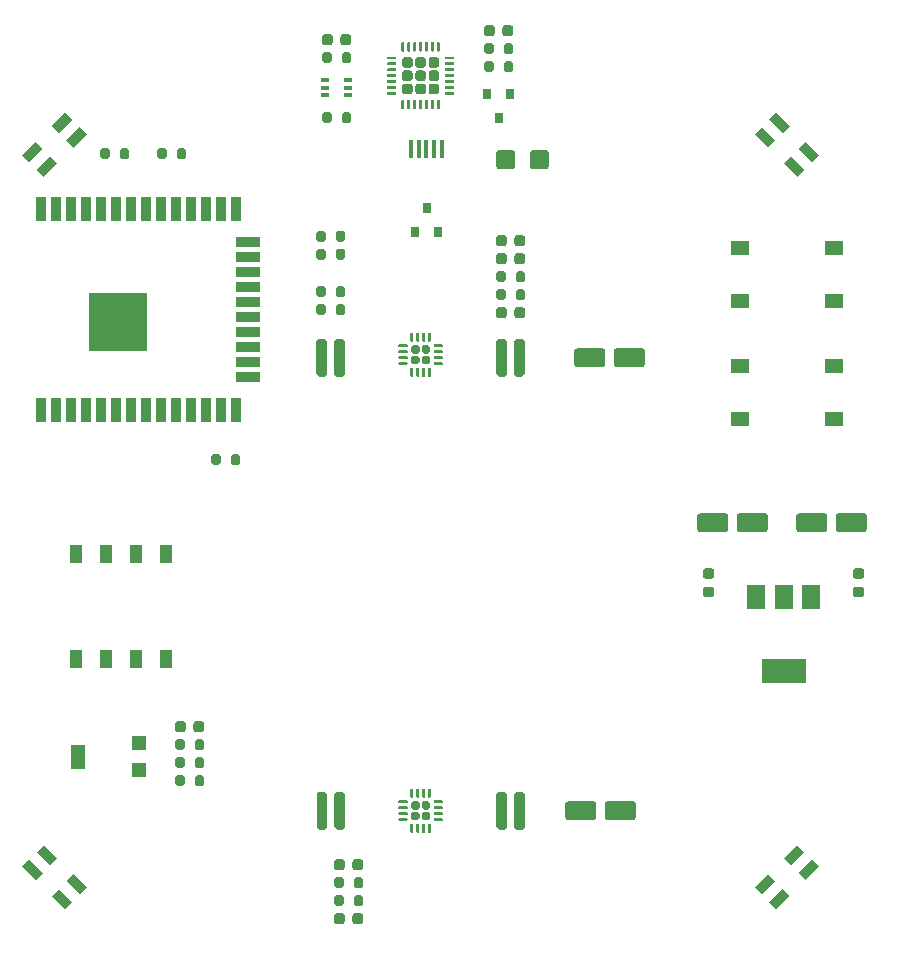
<source format=gbr>
%TF.GenerationSoftware,KiCad,Pcbnew,(5.1.9-0-10_14)*%
%TF.CreationDate,2021-05-05T23:39:55+02:00*%
%TF.ProjectId,clockclock,636c6f63-6b63-46c6-9f63-6b2e6b696361,rev?*%
%TF.SameCoordinates,Original*%
%TF.FileFunction,Paste,Top*%
%TF.FilePolarity,Positive*%
%FSLAX46Y46*%
G04 Gerber Fmt 4.6, Leading zero omitted, Abs format (unit mm)*
G04 Created by KiCad (PCBNEW (5.1.9-0-10_14)) date 2021-05-05 23:39:55*
%MOMM*%
%LPD*%
G01*
G04 APERTURE LIST*
%ADD10C,0.100000*%
%ADD11R,0.800000X0.900000*%
%ADD12R,0.450000X1.500000*%
%ADD13R,1.100000X1.500000*%
%ADD14R,0.650000X0.400000*%
%ADD15R,5.000000X5.000000*%
%ADD16R,0.900000X2.000000*%
%ADD17R,2.000000X0.900000*%
%ADD18R,1.300000X1.300000*%
%ADD19R,1.300000X2.000000*%
%ADD20R,1.500000X2.000000*%
%ADD21R,3.800000X2.000000*%
%ADD22R,1.550000X1.300000*%
G04 APERTURE END LIST*
D10*
%TO.C,D5*%
G36*
X29515076Y33121320D02*
G01*
X30116117Y33722361D01*
X31247488Y32590990D01*
X30646447Y31989949D01*
X29515076Y33121320D01*
G37*
G36*
X28277639Y31883883D02*
G01*
X28878680Y32484924D01*
X30010051Y31353553D01*
X29409010Y30752512D01*
X28277639Y31883883D01*
G37*
G36*
X31989949Y30646447D02*
G01*
X32590990Y31247488D01*
X33722361Y30116117D01*
X33121320Y29515076D01*
X31989949Y30646447D01*
G37*
G36*
X30752512Y29409010D02*
G01*
X31353553Y30010051D01*
X32484924Y28878680D01*
X31883883Y28277639D01*
X30752512Y29409010D01*
G37*
%TD*%
%TO.C,D4*%
G36*
X28878680Y-32484924D02*
G01*
X28277639Y-31883883D01*
X29409010Y-30752512D01*
X30010051Y-31353553D01*
X28878680Y-32484924D01*
G37*
G36*
X30116117Y-33722361D02*
G01*
X29515076Y-33121320D01*
X30646447Y-31989949D01*
X31247488Y-32590990D01*
X30116117Y-33722361D01*
G37*
G36*
X31353553Y-30010051D02*
G01*
X30752512Y-29409010D01*
X31883883Y-28277639D01*
X32484924Y-28878680D01*
X31353553Y-30010051D01*
G37*
G36*
X32590990Y-31247488D02*
G01*
X31989949Y-30646447D01*
X33121320Y-29515076D01*
X33722361Y-30116117D01*
X32590990Y-31247488D01*
G37*
%TD*%
%TO.C,D3*%
G36*
X-32484924Y-28878680D02*
G01*
X-31883883Y-28277639D01*
X-30752512Y-29409010D01*
X-31353553Y-30010051D01*
X-32484924Y-28878680D01*
G37*
G36*
X-33722361Y-30116117D02*
G01*
X-33121320Y-29515076D01*
X-31989949Y-30646447D01*
X-32590990Y-31247488D01*
X-33722361Y-30116117D01*
G37*
G36*
X-30010051Y-31353553D02*
G01*
X-29409010Y-30752512D01*
X-28277639Y-31883883D01*
X-28878680Y-32484924D01*
X-30010051Y-31353553D01*
G37*
G36*
X-31247488Y-32590990D02*
G01*
X-30646447Y-31989949D01*
X-29515076Y-33121320D01*
X-30116117Y-33722361D01*
X-31247488Y-32590990D01*
G37*
%TD*%
%TO.C,D2*%
G36*
X-33121320Y29515076D02*
G01*
X-33722361Y30116117D01*
X-32590990Y31247488D01*
X-31989949Y30646447D01*
X-33121320Y29515076D01*
G37*
G36*
X-31883883Y28277639D02*
G01*
X-32484924Y28878680D01*
X-31353553Y30010051D01*
X-30752512Y29409010D01*
X-31883883Y28277639D01*
G37*
G36*
X-30646447Y31989949D02*
G01*
X-31247488Y32590990D01*
X-30116117Y33722361D01*
X-29515076Y33121320D01*
X-30646447Y31989949D01*
G37*
G36*
X-29409010Y30752512D02*
G01*
X-30010051Y31353553D01*
X-28878680Y32484924D01*
X-28277639Y31883883D01*
X-29409010Y30752512D01*
G37*
%TD*%
%TO.C,F1*%
G36*
G01*
X8011000Y30293000D02*
X8011000Y29143000D01*
G75*
G02*
X7761000Y28893000I-250000J0D01*
G01*
X6661000Y28893000D01*
G75*
G02*
X6411000Y29143000I0J250000D01*
G01*
X6411000Y30293000D01*
G75*
G02*
X6661000Y30543000I250000J0D01*
G01*
X7761000Y30543000D01*
G75*
G02*
X8011000Y30293000I0J-250000D01*
G01*
G37*
G36*
G01*
X10861000Y30293000D02*
X10861000Y29143000D01*
G75*
G02*
X10611000Y28893000I-250000J0D01*
G01*
X9511000Y28893000D01*
G75*
G02*
X9261000Y29143000I0J250000D01*
G01*
X9261000Y30293000D01*
G75*
G02*
X9511000Y30543000I250000J0D01*
G01*
X10611000Y30543000D01*
G75*
G02*
X10861000Y30293000I0J-250000D01*
G01*
G37*
%TD*%
%TO.C,C6*%
G36*
G01*
X6279000Y40890000D02*
X6279000Y40390000D01*
G75*
G02*
X6054000Y40165000I-225000J0D01*
G01*
X5604000Y40165000D01*
G75*
G02*
X5379000Y40390000I0J225000D01*
G01*
X5379000Y40890000D01*
G75*
G02*
X5604000Y41115000I225000J0D01*
G01*
X6054000Y41115000D01*
G75*
G02*
X6279000Y40890000I0J-225000D01*
G01*
G37*
G36*
G01*
X7829000Y40890000D02*
X7829000Y40390000D01*
G75*
G02*
X7604000Y40165000I-225000J0D01*
G01*
X7154000Y40165000D01*
G75*
G02*
X6929000Y40390000I0J225000D01*
G01*
X6929000Y40890000D01*
G75*
G02*
X7154000Y41115000I225000J0D01*
G01*
X7604000Y41115000D01*
G75*
G02*
X7829000Y40890000I0J-225000D01*
G01*
G37*
%TD*%
D11*
%TO.C,Q2*%
X508000Y25638000D03*
X1458000Y23638000D03*
X-442000Y23638000D03*
%TD*%
%TO.C,C5*%
G36*
G01*
X7295000Y23110000D02*
X7295000Y22610000D01*
G75*
G02*
X7070000Y22385000I-225000J0D01*
G01*
X6620000Y22385000D01*
G75*
G02*
X6395000Y22610000I0J225000D01*
G01*
X6395000Y23110000D01*
G75*
G02*
X6620000Y23335000I225000J0D01*
G01*
X7070000Y23335000D01*
G75*
G02*
X7295000Y23110000I0J-225000D01*
G01*
G37*
G36*
G01*
X8845000Y23110000D02*
X8845000Y22610000D01*
G75*
G02*
X8620000Y22385000I-225000J0D01*
G01*
X8170000Y22385000D01*
G75*
G02*
X7945000Y22610000I0J225000D01*
G01*
X7945000Y23110000D01*
G75*
G02*
X8170000Y23335000I225000J0D01*
G01*
X8620000Y23335000D01*
G75*
G02*
X8845000Y23110000I0J-225000D01*
G01*
G37*
%TD*%
%TO.C,D1*%
X6604000Y33290000D03*
X5654000Y35290000D03*
X7554000Y35290000D03*
%TD*%
D12*
%TO.C,J2*%
X-817400Y30593800D03*
X1782600Y30593800D03*
X-167400Y30593800D03*
X1132600Y30593800D03*
X482600Y30593800D03*
%TD*%
D13*
%TO.C,SW1*%
X-21590000Y-12578000D03*
X-29210000Y-3678000D03*
X-24130000Y-12578000D03*
X-26670000Y-3678000D03*
X-26670000Y-12578000D03*
X-24130000Y-3678000D03*
X-29210000Y-12578000D03*
X-21590000Y-3678000D03*
%TD*%
%TO.C,R22*%
G36*
G01*
X-7195000Y18267000D02*
X-7195000Y18817000D01*
G75*
G02*
X-6995000Y19017000I200000J0D01*
G01*
X-6595000Y19017000D01*
G75*
G02*
X-6395000Y18817000I0J-200000D01*
G01*
X-6395000Y18267000D01*
G75*
G02*
X-6595000Y18067000I-200000J0D01*
G01*
X-6995000Y18067000D01*
G75*
G02*
X-7195000Y18267000I0J200000D01*
G01*
G37*
G36*
G01*
X-8845000Y18267000D02*
X-8845000Y18817000D01*
G75*
G02*
X-8645000Y19017000I200000J0D01*
G01*
X-8245000Y19017000D01*
G75*
G02*
X-8045000Y18817000I0J-200000D01*
G01*
X-8045000Y18267000D01*
G75*
G02*
X-8245000Y18067000I-200000J0D01*
G01*
X-8645000Y18067000D01*
G75*
G02*
X-8845000Y18267000I0J200000D01*
G01*
G37*
%TD*%
%TO.C,R21*%
G36*
G01*
X-7195000Y16743000D02*
X-7195000Y17293000D01*
G75*
G02*
X-6995000Y17493000I200000J0D01*
G01*
X-6595000Y17493000D01*
G75*
G02*
X-6395000Y17293000I0J-200000D01*
G01*
X-6395000Y16743000D01*
G75*
G02*
X-6595000Y16543000I-200000J0D01*
G01*
X-6995000Y16543000D01*
G75*
G02*
X-7195000Y16743000I0J200000D01*
G01*
G37*
G36*
G01*
X-8845000Y16743000D02*
X-8845000Y17293000D01*
G75*
G02*
X-8645000Y17493000I200000J0D01*
G01*
X-8245000Y17493000D01*
G75*
G02*
X-8045000Y17293000I0J-200000D01*
G01*
X-8045000Y16743000D01*
G75*
G02*
X-8245000Y16543000I-200000J0D01*
G01*
X-8645000Y16543000D01*
G75*
G02*
X-8845000Y16743000I0J200000D01*
G01*
G37*
%TD*%
%TO.C,U4*%
G36*
G01*
X1345000Y37500000D02*
X895000Y37500000D01*
G75*
G02*
X670000Y37725000I0J225000D01*
G01*
X670000Y38175000D01*
G75*
G02*
X895000Y38400000I225000J0D01*
G01*
X1345000Y38400000D01*
G75*
G02*
X1570000Y38175000I0J-225000D01*
G01*
X1570000Y37725000D01*
G75*
G02*
X1345000Y37500000I-225000J0D01*
G01*
G37*
G36*
G01*
X225000Y37500000D02*
X-225000Y37500000D01*
G75*
G02*
X-450000Y37725000I0J225000D01*
G01*
X-450000Y38175000D01*
G75*
G02*
X-225000Y38400000I225000J0D01*
G01*
X225000Y38400000D01*
G75*
G02*
X450000Y38175000I0J-225000D01*
G01*
X450000Y37725000D01*
G75*
G02*
X225000Y37500000I-225000J0D01*
G01*
G37*
G36*
G01*
X-895000Y37500000D02*
X-1345000Y37500000D01*
G75*
G02*
X-1570000Y37725000I0J225000D01*
G01*
X-1570000Y38175000D01*
G75*
G02*
X-1345000Y38400000I225000J0D01*
G01*
X-895000Y38400000D01*
G75*
G02*
X-670000Y38175000I0J-225000D01*
G01*
X-670000Y37725000D01*
G75*
G02*
X-895000Y37500000I-225000J0D01*
G01*
G37*
G36*
G01*
X1345000Y36380000D02*
X895000Y36380000D01*
G75*
G02*
X670000Y36605000I0J225000D01*
G01*
X670000Y37055000D01*
G75*
G02*
X895000Y37280000I225000J0D01*
G01*
X1345000Y37280000D01*
G75*
G02*
X1570000Y37055000I0J-225000D01*
G01*
X1570000Y36605000D01*
G75*
G02*
X1345000Y36380000I-225000J0D01*
G01*
G37*
G36*
G01*
X225000Y36380000D02*
X-225000Y36380000D01*
G75*
G02*
X-450000Y36605000I0J225000D01*
G01*
X-450000Y37055000D01*
G75*
G02*
X-225000Y37280000I225000J0D01*
G01*
X225000Y37280000D01*
G75*
G02*
X450000Y37055000I0J-225000D01*
G01*
X450000Y36605000D01*
G75*
G02*
X225000Y36380000I-225000J0D01*
G01*
G37*
G36*
G01*
X-895000Y36380000D02*
X-1345000Y36380000D01*
G75*
G02*
X-1570000Y36605000I0J225000D01*
G01*
X-1570000Y37055000D01*
G75*
G02*
X-1345000Y37280000I225000J0D01*
G01*
X-895000Y37280000D01*
G75*
G02*
X-670000Y37055000I0J-225000D01*
G01*
X-670000Y36605000D01*
G75*
G02*
X-895000Y36380000I-225000J0D01*
G01*
G37*
G36*
G01*
X1345000Y35260000D02*
X895000Y35260000D01*
G75*
G02*
X670000Y35485000I0J225000D01*
G01*
X670000Y35935000D01*
G75*
G02*
X895000Y36160000I225000J0D01*
G01*
X1345000Y36160000D01*
G75*
G02*
X1570000Y35935000I0J-225000D01*
G01*
X1570000Y35485000D01*
G75*
G02*
X1345000Y35260000I-225000J0D01*
G01*
G37*
G36*
G01*
X225000Y35260000D02*
X-225000Y35260000D01*
G75*
G02*
X-450000Y35485000I0J225000D01*
G01*
X-450000Y35935000D01*
G75*
G02*
X-225000Y36160000I225000J0D01*
G01*
X225000Y36160000D01*
G75*
G02*
X450000Y35935000I0J-225000D01*
G01*
X450000Y35485000D01*
G75*
G02*
X225000Y35260000I-225000J0D01*
G01*
G37*
G36*
G01*
X-895000Y35260000D02*
X-1345000Y35260000D01*
G75*
G02*
X-1570000Y35485000I0J225000D01*
G01*
X-1570000Y35935000D01*
G75*
G02*
X-1345000Y36160000I225000J0D01*
G01*
X-895000Y36160000D01*
G75*
G02*
X-670000Y35935000I0J-225000D01*
G01*
X-670000Y35485000D01*
G75*
G02*
X-895000Y35260000I-225000J0D01*
G01*
G37*
G36*
G01*
X-2112500Y35205000D02*
X-2787500Y35205000D01*
G75*
G02*
X-2850000Y35267500I0J62500D01*
G01*
X-2850000Y35392500D01*
G75*
G02*
X-2787500Y35455000I62500J0D01*
G01*
X-2112500Y35455000D01*
G75*
G02*
X-2050000Y35392500I0J-62500D01*
G01*
X-2050000Y35267500D01*
G75*
G02*
X-2112500Y35205000I-62500J0D01*
G01*
G37*
G36*
G01*
X-2112500Y35705000D02*
X-2787500Y35705000D01*
G75*
G02*
X-2850000Y35767500I0J62500D01*
G01*
X-2850000Y35892500D01*
G75*
G02*
X-2787500Y35955000I62500J0D01*
G01*
X-2112500Y35955000D01*
G75*
G02*
X-2050000Y35892500I0J-62500D01*
G01*
X-2050000Y35767500D01*
G75*
G02*
X-2112500Y35705000I-62500J0D01*
G01*
G37*
G36*
G01*
X-2112500Y36205000D02*
X-2787500Y36205000D01*
G75*
G02*
X-2850000Y36267500I0J62500D01*
G01*
X-2850000Y36392500D01*
G75*
G02*
X-2787500Y36455000I62500J0D01*
G01*
X-2112500Y36455000D01*
G75*
G02*
X-2050000Y36392500I0J-62500D01*
G01*
X-2050000Y36267500D01*
G75*
G02*
X-2112500Y36205000I-62500J0D01*
G01*
G37*
G36*
G01*
X-2112500Y36705000D02*
X-2787500Y36705000D01*
G75*
G02*
X-2850000Y36767500I0J62500D01*
G01*
X-2850000Y36892500D01*
G75*
G02*
X-2787500Y36955000I62500J0D01*
G01*
X-2112500Y36955000D01*
G75*
G02*
X-2050000Y36892500I0J-62500D01*
G01*
X-2050000Y36767500D01*
G75*
G02*
X-2112500Y36705000I-62500J0D01*
G01*
G37*
G36*
G01*
X-2112500Y37205000D02*
X-2787500Y37205000D01*
G75*
G02*
X-2850000Y37267500I0J62500D01*
G01*
X-2850000Y37392500D01*
G75*
G02*
X-2787500Y37455000I62500J0D01*
G01*
X-2112500Y37455000D01*
G75*
G02*
X-2050000Y37392500I0J-62500D01*
G01*
X-2050000Y37267500D01*
G75*
G02*
X-2112500Y37205000I-62500J0D01*
G01*
G37*
G36*
G01*
X-2112500Y37705000D02*
X-2787500Y37705000D01*
G75*
G02*
X-2850000Y37767500I0J62500D01*
G01*
X-2850000Y37892500D01*
G75*
G02*
X-2787500Y37955000I62500J0D01*
G01*
X-2112500Y37955000D01*
G75*
G02*
X-2050000Y37892500I0J-62500D01*
G01*
X-2050000Y37767500D01*
G75*
G02*
X-2112500Y37705000I-62500J0D01*
G01*
G37*
G36*
G01*
X-2112500Y38205000D02*
X-2787500Y38205000D01*
G75*
G02*
X-2850000Y38267500I0J62500D01*
G01*
X-2850000Y38392500D01*
G75*
G02*
X-2787500Y38455000I62500J0D01*
G01*
X-2112500Y38455000D01*
G75*
G02*
X-2050000Y38392500I0J-62500D01*
G01*
X-2050000Y38267500D01*
G75*
G02*
X-2112500Y38205000I-62500J0D01*
G01*
G37*
G36*
G01*
X-1437500Y38880000D02*
X-1562500Y38880000D01*
G75*
G02*
X-1625000Y38942500I0J62500D01*
G01*
X-1625000Y39617500D01*
G75*
G02*
X-1562500Y39680000I62500J0D01*
G01*
X-1437500Y39680000D01*
G75*
G02*
X-1375000Y39617500I0J-62500D01*
G01*
X-1375000Y38942500D01*
G75*
G02*
X-1437500Y38880000I-62500J0D01*
G01*
G37*
G36*
G01*
X-937500Y38880000D02*
X-1062500Y38880000D01*
G75*
G02*
X-1125000Y38942500I0J62500D01*
G01*
X-1125000Y39617500D01*
G75*
G02*
X-1062500Y39680000I62500J0D01*
G01*
X-937500Y39680000D01*
G75*
G02*
X-875000Y39617500I0J-62500D01*
G01*
X-875000Y38942500D01*
G75*
G02*
X-937500Y38880000I-62500J0D01*
G01*
G37*
G36*
G01*
X-437500Y38880000D02*
X-562500Y38880000D01*
G75*
G02*
X-625000Y38942500I0J62500D01*
G01*
X-625000Y39617500D01*
G75*
G02*
X-562500Y39680000I62500J0D01*
G01*
X-437500Y39680000D01*
G75*
G02*
X-375000Y39617500I0J-62500D01*
G01*
X-375000Y38942500D01*
G75*
G02*
X-437500Y38880000I-62500J0D01*
G01*
G37*
G36*
G01*
X62500Y38880000D02*
X-62500Y38880000D01*
G75*
G02*
X-125000Y38942500I0J62500D01*
G01*
X-125000Y39617500D01*
G75*
G02*
X-62500Y39680000I62500J0D01*
G01*
X62500Y39680000D01*
G75*
G02*
X125000Y39617500I0J-62500D01*
G01*
X125000Y38942500D01*
G75*
G02*
X62500Y38880000I-62500J0D01*
G01*
G37*
G36*
G01*
X562500Y38880000D02*
X437500Y38880000D01*
G75*
G02*
X375000Y38942500I0J62500D01*
G01*
X375000Y39617500D01*
G75*
G02*
X437500Y39680000I62500J0D01*
G01*
X562500Y39680000D01*
G75*
G02*
X625000Y39617500I0J-62500D01*
G01*
X625000Y38942500D01*
G75*
G02*
X562500Y38880000I-62500J0D01*
G01*
G37*
G36*
G01*
X1062500Y38880000D02*
X937500Y38880000D01*
G75*
G02*
X875000Y38942500I0J62500D01*
G01*
X875000Y39617500D01*
G75*
G02*
X937500Y39680000I62500J0D01*
G01*
X1062500Y39680000D01*
G75*
G02*
X1125000Y39617500I0J-62500D01*
G01*
X1125000Y38942500D01*
G75*
G02*
X1062500Y38880000I-62500J0D01*
G01*
G37*
G36*
G01*
X1562500Y38880000D02*
X1437500Y38880000D01*
G75*
G02*
X1375000Y38942500I0J62500D01*
G01*
X1375000Y39617500D01*
G75*
G02*
X1437500Y39680000I62500J0D01*
G01*
X1562500Y39680000D01*
G75*
G02*
X1625000Y39617500I0J-62500D01*
G01*
X1625000Y38942500D01*
G75*
G02*
X1562500Y38880000I-62500J0D01*
G01*
G37*
G36*
G01*
X2787500Y38205000D02*
X2112500Y38205000D01*
G75*
G02*
X2050000Y38267500I0J62500D01*
G01*
X2050000Y38392500D01*
G75*
G02*
X2112500Y38455000I62500J0D01*
G01*
X2787500Y38455000D01*
G75*
G02*
X2850000Y38392500I0J-62500D01*
G01*
X2850000Y38267500D01*
G75*
G02*
X2787500Y38205000I-62500J0D01*
G01*
G37*
G36*
G01*
X2787500Y37705000D02*
X2112500Y37705000D01*
G75*
G02*
X2050000Y37767500I0J62500D01*
G01*
X2050000Y37892500D01*
G75*
G02*
X2112500Y37955000I62500J0D01*
G01*
X2787500Y37955000D01*
G75*
G02*
X2850000Y37892500I0J-62500D01*
G01*
X2850000Y37767500D01*
G75*
G02*
X2787500Y37705000I-62500J0D01*
G01*
G37*
G36*
G01*
X2787500Y37205000D02*
X2112500Y37205000D01*
G75*
G02*
X2050000Y37267500I0J62500D01*
G01*
X2050000Y37392500D01*
G75*
G02*
X2112500Y37455000I62500J0D01*
G01*
X2787500Y37455000D01*
G75*
G02*
X2850000Y37392500I0J-62500D01*
G01*
X2850000Y37267500D01*
G75*
G02*
X2787500Y37205000I-62500J0D01*
G01*
G37*
G36*
G01*
X2787500Y36705000D02*
X2112500Y36705000D01*
G75*
G02*
X2050000Y36767500I0J62500D01*
G01*
X2050000Y36892500D01*
G75*
G02*
X2112500Y36955000I62500J0D01*
G01*
X2787500Y36955000D01*
G75*
G02*
X2850000Y36892500I0J-62500D01*
G01*
X2850000Y36767500D01*
G75*
G02*
X2787500Y36705000I-62500J0D01*
G01*
G37*
G36*
G01*
X2787500Y36205000D02*
X2112500Y36205000D01*
G75*
G02*
X2050000Y36267500I0J62500D01*
G01*
X2050000Y36392500D01*
G75*
G02*
X2112500Y36455000I62500J0D01*
G01*
X2787500Y36455000D01*
G75*
G02*
X2850000Y36392500I0J-62500D01*
G01*
X2850000Y36267500D01*
G75*
G02*
X2787500Y36205000I-62500J0D01*
G01*
G37*
G36*
G01*
X2787500Y35705000D02*
X2112500Y35705000D01*
G75*
G02*
X2050000Y35767500I0J62500D01*
G01*
X2050000Y35892500D01*
G75*
G02*
X2112500Y35955000I62500J0D01*
G01*
X2787500Y35955000D01*
G75*
G02*
X2850000Y35892500I0J-62500D01*
G01*
X2850000Y35767500D01*
G75*
G02*
X2787500Y35705000I-62500J0D01*
G01*
G37*
G36*
G01*
X2787500Y35205000D02*
X2112500Y35205000D01*
G75*
G02*
X2050000Y35267500I0J62500D01*
G01*
X2050000Y35392500D01*
G75*
G02*
X2112500Y35455000I62500J0D01*
G01*
X2787500Y35455000D01*
G75*
G02*
X2850000Y35392500I0J-62500D01*
G01*
X2850000Y35267500D01*
G75*
G02*
X2787500Y35205000I-62500J0D01*
G01*
G37*
G36*
G01*
X1562500Y33980000D02*
X1437500Y33980000D01*
G75*
G02*
X1375000Y34042500I0J62500D01*
G01*
X1375000Y34717500D01*
G75*
G02*
X1437500Y34780000I62500J0D01*
G01*
X1562500Y34780000D01*
G75*
G02*
X1625000Y34717500I0J-62500D01*
G01*
X1625000Y34042500D01*
G75*
G02*
X1562500Y33980000I-62500J0D01*
G01*
G37*
G36*
G01*
X1062500Y33980000D02*
X937500Y33980000D01*
G75*
G02*
X875000Y34042500I0J62500D01*
G01*
X875000Y34717500D01*
G75*
G02*
X937500Y34780000I62500J0D01*
G01*
X1062500Y34780000D01*
G75*
G02*
X1125000Y34717500I0J-62500D01*
G01*
X1125000Y34042500D01*
G75*
G02*
X1062500Y33980000I-62500J0D01*
G01*
G37*
G36*
G01*
X562500Y33980000D02*
X437500Y33980000D01*
G75*
G02*
X375000Y34042500I0J62500D01*
G01*
X375000Y34717500D01*
G75*
G02*
X437500Y34780000I62500J0D01*
G01*
X562500Y34780000D01*
G75*
G02*
X625000Y34717500I0J-62500D01*
G01*
X625000Y34042500D01*
G75*
G02*
X562500Y33980000I-62500J0D01*
G01*
G37*
G36*
G01*
X62500Y33980000D02*
X-62500Y33980000D01*
G75*
G02*
X-125000Y34042500I0J62500D01*
G01*
X-125000Y34717500D01*
G75*
G02*
X-62500Y34780000I62500J0D01*
G01*
X62500Y34780000D01*
G75*
G02*
X125000Y34717500I0J-62500D01*
G01*
X125000Y34042500D01*
G75*
G02*
X62500Y33980000I-62500J0D01*
G01*
G37*
G36*
G01*
X-437500Y33980000D02*
X-562500Y33980000D01*
G75*
G02*
X-625000Y34042500I0J62500D01*
G01*
X-625000Y34717500D01*
G75*
G02*
X-562500Y34780000I62500J0D01*
G01*
X-437500Y34780000D01*
G75*
G02*
X-375000Y34717500I0J-62500D01*
G01*
X-375000Y34042500D01*
G75*
G02*
X-437500Y33980000I-62500J0D01*
G01*
G37*
G36*
G01*
X-937500Y33980000D02*
X-1062500Y33980000D01*
G75*
G02*
X-1125000Y34042500I0J62500D01*
G01*
X-1125000Y34717500D01*
G75*
G02*
X-1062500Y34780000I62500J0D01*
G01*
X-937500Y34780000D01*
G75*
G02*
X-875000Y34717500I0J-62500D01*
G01*
X-875000Y34042500D01*
G75*
G02*
X-937500Y33980000I-62500J0D01*
G01*
G37*
G36*
G01*
X-1437500Y33980000D02*
X-1562500Y33980000D01*
G75*
G02*
X-1625000Y34042500I0J62500D01*
G01*
X-1625000Y34717500D01*
G75*
G02*
X-1562500Y34780000I62500J0D01*
G01*
X-1437500Y34780000D01*
G75*
G02*
X-1375000Y34717500I0J-62500D01*
G01*
X-1375000Y34042500D01*
G75*
G02*
X-1437500Y33980000I-62500J0D01*
G01*
G37*
%TD*%
%TO.C,R20*%
G36*
G01*
X6179000Y39391000D02*
X6179000Y38841000D01*
G75*
G02*
X5979000Y38641000I-200000J0D01*
G01*
X5579000Y38641000D01*
G75*
G02*
X5379000Y38841000I0J200000D01*
G01*
X5379000Y39391000D01*
G75*
G02*
X5579000Y39591000I200000J0D01*
G01*
X5979000Y39591000D01*
G75*
G02*
X6179000Y39391000I0J-200000D01*
G01*
G37*
G36*
G01*
X7829000Y39391000D02*
X7829000Y38841000D01*
G75*
G02*
X7629000Y38641000I-200000J0D01*
G01*
X7229000Y38641000D01*
G75*
G02*
X7029000Y38841000I0J200000D01*
G01*
X7029000Y39391000D01*
G75*
G02*
X7229000Y39591000I200000J0D01*
G01*
X7629000Y39591000D01*
G75*
G02*
X7829000Y39391000I0J-200000D01*
G01*
G37*
%TD*%
%TO.C,R19*%
G36*
G01*
X-8045000Y23516000D02*
X-8045000Y22966000D01*
G75*
G02*
X-8245000Y22766000I-200000J0D01*
G01*
X-8645000Y22766000D01*
G75*
G02*
X-8845000Y22966000I0J200000D01*
G01*
X-8845000Y23516000D01*
G75*
G02*
X-8645000Y23716000I200000J0D01*
G01*
X-8245000Y23716000D01*
G75*
G02*
X-8045000Y23516000I0J-200000D01*
G01*
G37*
G36*
G01*
X-6395000Y23516000D02*
X-6395000Y22966000D01*
G75*
G02*
X-6595000Y22766000I-200000J0D01*
G01*
X-6995000Y22766000D01*
G75*
G02*
X-7195000Y22966000I0J200000D01*
G01*
X-7195000Y23516000D01*
G75*
G02*
X-6995000Y23716000I200000J0D01*
G01*
X-6595000Y23716000D01*
G75*
G02*
X-6395000Y23516000I0J-200000D01*
G01*
G37*
%TD*%
%TO.C,R18*%
G36*
G01*
X-16085000Y4043000D02*
X-16085000Y4593000D01*
G75*
G02*
X-15885000Y4793000I200000J0D01*
G01*
X-15485000Y4793000D01*
G75*
G02*
X-15285000Y4593000I0J-200000D01*
G01*
X-15285000Y4043000D01*
G75*
G02*
X-15485000Y3843000I-200000J0D01*
G01*
X-15885000Y3843000D01*
G75*
G02*
X-16085000Y4043000I0J200000D01*
G01*
G37*
G36*
G01*
X-17735000Y4043000D02*
X-17735000Y4593000D01*
G75*
G02*
X-17535000Y4793000I200000J0D01*
G01*
X-17135000Y4793000D01*
G75*
G02*
X-16935000Y4593000I0J-200000D01*
G01*
X-16935000Y4043000D01*
G75*
G02*
X-17135000Y3843000I-200000J0D01*
G01*
X-17535000Y3843000D01*
G75*
G02*
X-17735000Y4043000I0J200000D01*
G01*
G37*
%TD*%
%TO.C,R17*%
G36*
G01*
X7029000Y37317000D02*
X7029000Y37867000D01*
G75*
G02*
X7229000Y38067000I200000J0D01*
G01*
X7629000Y38067000D01*
G75*
G02*
X7829000Y37867000I0J-200000D01*
G01*
X7829000Y37317000D01*
G75*
G02*
X7629000Y37117000I-200000J0D01*
G01*
X7229000Y37117000D01*
G75*
G02*
X7029000Y37317000I0J200000D01*
G01*
G37*
G36*
G01*
X5379000Y37317000D02*
X5379000Y37867000D01*
G75*
G02*
X5579000Y38067000I200000J0D01*
G01*
X5979000Y38067000D01*
G75*
G02*
X6179000Y37867000I0J-200000D01*
G01*
X6179000Y37317000D01*
G75*
G02*
X5979000Y37117000I-200000J0D01*
G01*
X5579000Y37117000D01*
G75*
G02*
X5379000Y37317000I0J200000D01*
G01*
G37*
%TD*%
%TO.C,R13*%
G36*
G01*
X-7537000Y38629000D02*
X-7537000Y38079000D01*
G75*
G02*
X-7737000Y37879000I-200000J0D01*
G01*
X-8137000Y37879000D01*
G75*
G02*
X-8337000Y38079000I0J200000D01*
G01*
X-8337000Y38629000D01*
G75*
G02*
X-8137000Y38829000I200000J0D01*
G01*
X-7737000Y38829000D01*
G75*
G02*
X-7537000Y38629000I0J-200000D01*
G01*
G37*
G36*
G01*
X-5887000Y38629000D02*
X-5887000Y38079000D01*
G75*
G02*
X-6087000Y37879000I-200000J0D01*
G01*
X-6487000Y37879000D01*
G75*
G02*
X-6687000Y38079000I0J200000D01*
G01*
X-6687000Y38629000D01*
G75*
G02*
X-6487000Y38829000I200000J0D01*
G01*
X-6087000Y38829000D01*
G75*
G02*
X-5887000Y38629000I0J-200000D01*
G01*
G37*
%TD*%
%TO.C,R12*%
G36*
G01*
X-8045000Y21992000D02*
X-8045000Y21442000D01*
G75*
G02*
X-8245000Y21242000I-200000J0D01*
G01*
X-8645000Y21242000D01*
G75*
G02*
X-8845000Y21442000I0J200000D01*
G01*
X-8845000Y21992000D01*
G75*
G02*
X-8645000Y22192000I200000J0D01*
G01*
X-8245000Y22192000D01*
G75*
G02*
X-8045000Y21992000I0J-200000D01*
G01*
G37*
G36*
G01*
X-6395000Y21992000D02*
X-6395000Y21442000D01*
G75*
G02*
X-6595000Y21242000I-200000J0D01*
G01*
X-6995000Y21242000D01*
G75*
G02*
X-7195000Y21442000I0J200000D01*
G01*
X-7195000Y21992000D01*
G75*
G02*
X-6995000Y22192000I200000J0D01*
G01*
X-6595000Y22192000D01*
G75*
G02*
X-6395000Y21992000I0J-200000D01*
G01*
G37*
%TD*%
%TO.C,R9*%
G36*
G01*
X-7537000Y33549000D02*
X-7537000Y32999000D01*
G75*
G02*
X-7737000Y32799000I-200000J0D01*
G01*
X-8137000Y32799000D01*
G75*
G02*
X-8337000Y32999000I0J200000D01*
G01*
X-8337000Y33549000D01*
G75*
G02*
X-8137000Y33749000I200000J0D01*
G01*
X-7737000Y33749000D01*
G75*
G02*
X-7537000Y33549000I0J-200000D01*
G01*
G37*
G36*
G01*
X-5887000Y33549000D02*
X-5887000Y32999000D01*
G75*
G02*
X-6087000Y32799000I-200000J0D01*
G01*
X-6487000Y32799000D01*
G75*
G02*
X-6687000Y32999000I0J200000D01*
G01*
X-6687000Y33549000D01*
G75*
G02*
X-6487000Y33749000I200000J0D01*
G01*
X-6087000Y33749000D01*
G75*
G02*
X-5887000Y33549000I0J-200000D01*
G01*
G37*
%TD*%
D14*
%TO.C,Q1*%
X-6162000Y36464000D03*
X-6162000Y35164000D03*
X-8062000Y35814000D03*
X-6162000Y35814000D03*
X-8062000Y35164000D03*
X-8062000Y36464000D03*
%TD*%
D15*
%TO.C,MOD1*%
X-25631000Y16018000D03*
D16*
X-15621000Y25518000D03*
X-16891000Y25518000D03*
X-18161000Y25518000D03*
X-19431000Y25518000D03*
X-20701000Y25518000D03*
X-21971000Y25518000D03*
X-23241000Y25518000D03*
X-24511000Y25518000D03*
X-25781000Y25518000D03*
X-27051000Y25518000D03*
X-28321000Y25518000D03*
X-29591000Y25518000D03*
X-30861000Y25518000D03*
X-32131000Y25518000D03*
X-15621000Y8518000D03*
X-16891000Y8518000D03*
X-18161000Y8518000D03*
X-19431000Y8518000D03*
X-20701000Y8518000D03*
X-21971000Y8518000D03*
X-23241000Y8518000D03*
X-24511000Y8518000D03*
X-25781000Y8518000D03*
X-27051000Y8518000D03*
X-28321000Y8518000D03*
X-29591000Y8518000D03*
X-30861000Y8518000D03*
D17*
X-14621000Y22733000D03*
X-14621000Y21463000D03*
X-14621000Y20193000D03*
X-14621000Y18923000D03*
X-14621000Y17653000D03*
X-14621000Y16383000D03*
X-14621000Y15113000D03*
X-14621000Y13843000D03*
X-14621000Y12573000D03*
X-14621000Y11303000D03*
D16*
X-32131000Y8518000D03*
%TD*%
%TO.C,C4*%
G36*
G01*
X-7437000Y40128000D02*
X-7437000Y39628000D01*
G75*
G02*
X-7662000Y39403000I-225000J0D01*
G01*
X-8112000Y39403000D01*
G75*
G02*
X-8337000Y39628000I0J225000D01*
G01*
X-8337000Y40128000D01*
G75*
G02*
X-8112000Y40353000I225000J0D01*
G01*
X-7662000Y40353000D01*
G75*
G02*
X-7437000Y40128000I0J-225000D01*
G01*
G37*
G36*
G01*
X-5887000Y40128000D02*
X-5887000Y39628000D01*
G75*
G02*
X-6112000Y39403000I-225000J0D01*
G01*
X-6562000Y39403000D01*
G75*
G02*
X-6787000Y39628000I0J225000D01*
G01*
X-6787000Y40128000D01*
G75*
G02*
X-6562000Y40353000I225000J0D01*
G01*
X-6112000Y40353000D01*
G75*
G02*
X-5887000Y40128000I0J-225000D01*
G01*
G37*
%TD*%
D18*
%TO.C,RV1*%
X-23816000Y-21978000D03*
D19*
X-29016000Y-20828000D03*
D18*
X-23816000Y-19678000D03*
%TD*%
%TO.C,R16*%
G36*
G01*
X-19983000Y-19537000D02*
X-19983000Y-20087000D01*
G75*
G02*
X-20183000Y-20287000I-200000J0D01*
G01*
X-20583000Y-20287000D01*
G75*
G02*
X-20783000Y-20087000I0J200000D01*
G01*
X-20783000Y-19537000D01*
G75*
G02*
X-20583000Y-19337000I200000J0D01*
G01*
X-20183000Y-19337000D01*
G75*
G02*
X-19983000Y-19537000I0J-200000D01*
G01*
G37*
G36*
G01*
X-18333000Y-19537000D02*
X-18333000Y-20087000D01*
G75*
G02*
X-18533000Y-20287000I-200000J0D01*
G01*
X-18933000Y-20287000D01*
G75*
G02*
X-19133000Y-20087000I0J200000D01*
G01*
X-19133000Y-19537000D01*
G75*
G02*
X-18933000Y-19337000I200000J0D01*
G01*
X-18533000Y-19337000D01*
G75*
G02*
X-18333000Y-19537000I0J-200000D01*
G01*
G37*
%TD*%
%TO.C,R15*%
G36*
G01*
X-19133000Y-23135000D02*
X-19133000Y-22585000D01*
G75*
G02*
X-18933000Y-22385000I200000J0D01*
G01*
X-18533000Y-22385000D01*
G75*
G02*
X-18333000Y-22585000I0J-200000D01*
G01*
X-18333000Y-23135000D01*
G75*
G02*
X-18533000Y-23335000I-200000J0D01*
G01*
X-18933000Y-23335000D01*
G75*
G02*
X-19133000Y-23135000I0J200000D01*
G01*
G37*
G36*
G01*
X-20783000Y-23135000D02*
X-20783000Y-22585000D01*
G75*
G02*
X-20583000Y-22385000I200000J0D01*
G01*
X-20183000Y-22385000D01*
G75*
G02*
X-19983000Y-22585000I0J-200000D01*
G01*
X-19983000Y-23135000D01*
G75*
G02*
X-20183000Y-23335000I-200000J0D01*
G01*
X-20583000Y-23335000D01*
G75*
G02*
X-20783000Y-23135000I0J200000D01*
G01*
G37*
%TD*%
%TO.C,R14*%
G36*
G01*
X-19983000Y-21061000D02*
X-19983000Y-21611000D01*
G75*
G02*
X-20183000Y-21811000I-200000J0D01*
G01*
X-20583000Y-21811000D01*
G75*
G02*
X-20783000Y-21611000I0J200000D01*
G01*
X-20783000Y-21061000D01*
G75*
G02*
X-20583000Y-20861000I200000J0D01*
G01*
X-20183000Y-20861000D01*
G75*
G02*
X-19983000Y-21061000I0J-200000D01*
G01*
G37*
G36*
G01*
X-18333000Y-21061000D02*
X-18333000Y-21611000D01*
G75*
G02*
X-18533000Y-21811000I-200000J0D01*
G01*
X-18933000Y-21811000D01*
G75*
G02*
X-19133000Y-21611000I0J200000D01*
G01*
X-19133000Y-21061000D01*
G75*
G02*
X-18933000Y-20861000I200000J0D01*
G01*
X-18533000Y-20861000D01*
G75*
G02*
X-18333000Y-21061000I0J-200000D01*
G01*
G37*
%TD*%
%TO.C,C3*%
G36*
G01*
X-19233000Y-18538000D02*
X-19233000Y-18038000D01*
G75*
G02*
X-19008000Y-17813000I225000J0D01*
G01*
X-18558000Y-17813000D01*
G75*
G02*
X-18333000Y-18038000I0J-225000D01*
G01*
X-18333000Y-18538000D01*
G75*
G02*
X-18558000Y-18763000I-225000J0D01*
G01*
X-19008000Y-18763000D01*
G75*
G02*
X-19233000Y-18538000I0J225000D01*
G01*
G37*
G36*
G01*
X-20783000Y-18538000D02*
X-20783000Y-18038000D01*
G75*
G02*
X-20558000Y-17813000I225000J0D01*
G01*
X-20108000Y-17813000D01*
G75*
G02*
X-19883000Y-18038000I0J-225000D01*
G01*
X-19883000Y-18538000D01*
G75*
G02*
X-20108000Y-18763000I-225000J0D01*
G01*
X-20558000Y-18763000D01*
G75*
G02*
X-20783000Y-18538000I0J225000D01*
G01*
G37*
%TD*%
%TO.C,R8*%
G36*
G01*
X-7120200Y14554000D02*
X-6619800Y14554000D01*
G75*
G02*
X-6420000Y14354200I0J-199800D01*
G01*
X-6420000Y11553800D01*
G75*
G02*
X-6619800Y11354000I-199800J0D01*
G01*
X-7120200Y11354000D01*
G75*
G02*
X-7320000Y11553800I0J199800D01*
G01*
X-7320000Y14354200D01*
G75*
G02*
X-7120200Y14554000I199800J0D01*
G01*
G37*
G36*
G01*
X-8620200Y14554000D02*
X-8119800Y14554000D01*
G75*
G02*
X-7920000Y14354200I0J-199800D01*
G01*
X-7920000Y11553800D01*
G75*
G02*
X-8119800Y11354000I-199800J0D01*
G01*
X-8620200Y11354000D01*
G75*
G02*
X-8820000Y11553800I0J199800D01*
G01*
X-8820000Y14354200D01*
G75*
G02*
X-8620200Y14554000I199800J0D01*
G01*
G37*
%TD*%
%TO.C,R7*%
G36*
G01*
X7120200Y-27000000D02*
X6619800Y-27000000D01*
G75*
G02*
X6420000Y-26800200I0J199800D01*
G01*
X6420000Y-23999800D01*
G75*
G02*
X6619800Y-23800000I199800J0D01*
G01*
X7120200Y-23800000D01*
G75*
G02*
X7320000Y-23999800I0J-199800D01*
G01*
X7320000Y-26800200D01*
G75*
G02*
X7120200Y-27000000I-199800J0D01*
G01*
G37*
G36*
G01*
X8620200Y-27000000D02*
X8119800Y-27000000D01*
G75*
G02*
X7920000Y-26800200I0J199800D01*
G01*
X7920000Y-23999800D01*
G75*
G02*
X8119800Y-23800000I199800J0D01*
G01*
X8620200Y-23800000D01*
G75*
G02*
X8820000Y-23999800I0J-199800D01*
G01*
X8820000Y-26800200D01*
G75*
G02*
X8620200Y-27000000I-199800J0D01*
G01*
G37*
%TD*%
%TO.C,R6*%
G36*
G01*
X7108200Y11354000D02*
X6607800Y11354000D01*
G75*
G02*
X6408000Y11553800I0J199800D01*
G01*
X6408000Y14354200D01*
G75*
G02*
X6607800Y14554000I199800J0D01*
G01*
X7108200Y14554000D01*
G75*
G02*
X7308000Y14354200I0J-199800D01*
G01*
X7308000Y11553800D01*
G75*
G02*
X7108200Y11354000I-199800J0D01*
G01*
G37*
G36*
G01*
X8608200Y11354000D02*
X8107800Y11354000D01*
G75*
G02*
X7908000Y11553800I0J199800D01*
G01*
X7908000Y14354200D01*
G75*
G02*
X8107800Y14554000I199800J0D01*
G01*
X8608200Y14554000D01*
G75*
G02*
X8808000Y14354200I0J-199800D01*
G01*
X8808000Y11553800D01*
G75*
G02*
X8608200Y11354000I-199800J0D01*
G01*
G37*
%TD*%
%TO.C,R5*%
G36*
G01*
X-7108200Y-23800000D02*
X-6607800Y-23800000D01*
G75*
G02*
X-6408000Y-23999800I0J-199800D01*
G01*
X-6408000Y-26800200D01*
G75*
G02*
X-6607800Y-27000000I-199800J0D01*
G01*
X-7108200Y-27000000D01*
G75*
G02*
X-7308000Y-26800200I0J199800D01*
G01*
X-7308000Y-23999800D01*
G75*
G02*
X-7108200Y-23800000I199800J0D01*
G01*
G37*
G36*
G01*
X-8608200Y-23800000D02*
X-8107800Y-23800000D01*
G75*
G02*
X-7908000Y-23999800I0J-199800D01*
G01*
X-7908000Y-26800200D01*
G75*
G02*
X-8107800Y-27000000I-199800J0D01*
G01*
X-8608200Y-27000000D01*
G75*
G02*
X-8808000Y-26800200I0J199800D01*
G01*
X-8808000Y-23999800D01*
G75*
G02*
X-8608200Y-23800000I199800J0D01*
G01*
G37*
%TD*%
D20*
%TO.C,U5*%
X33034000Y-7264000D03*
X28434000Y-7264000D03*
X30734000Y-7264000D03*
D21*
X30734000Y-13564000D03*
%TD*%
%TO.C,C16*%
G36*
G01*
X24134000Y-6421000D02*
X24634000Y-6421000D01*
G75*
G02*
X24859000Y-6646000I0J-225000D01*
G01*
X24859000Y-7096000D01*
G75*
G02*
X24634000Y-7321000I-225000J0D01*
G01*
X24134000Y-7321000D01*
G75*
G02*
X23909000Y-7096000I0J225000D01*
G01*
X23909000Y-6646000D01*
G75*
G02*
X24134000Y-6421000I225000J0D01*
G01*
G37*
G36*
G01*
X24134000Y-4871000D02*
X24634000Y-4871000D01*
G75*
G02*
X24859000Y-5096000I0J-225000D01*
G01*
X24859000Y-5546000D01*
G75*
G02*
X24634000Y-5771000I-225000J0D01*
G01*
X24134000Y-5771000D01*
G75*
G02*
X23909000Y-5546000I0J225000D01*
G01*
X23909000Y-5096000D01*
G75*
G02*
X24134000Y-4871000I225000J0D01*
G01*
G37*
%TD*%
%TO.C,C15*%
G36*
G01*
X26766000Y-1566000D02*
X26766000Y-466000D01*
G75*
G02*
X27016000Y-216000I250000J0D01*
G01*
X29166000Y-216000D01*
G75*
G02*
X29416000Y-466000I0J-250000D01*
G01*
X29416000Y-1566000D01*
G75*
G02*
X29166000Y-1816000I-250000J0D01*
G01*
X27016000Y-1816000D01*
G75*
G02*
X26766000Y-1566000I0J250000D01*
G01*
G37*
G36*
G01*
X23416000Y-1566000D02*
X23416000Y-466000D01*
G75*
G02*
X23666000Y-216000I250000J0D01*
G01*
X25816000Y-216000D01*
G75*
G02*
X26066000Y-466000I0J-250000D01*
G01*
X26066000Y-1566000D01*
G75*
G02*
X25816000Y-1816000I-250000J0D01*
G01*
X23666000Y-1816000D01*
G75*
G02*
X23416000Y-1566000I0J250000D01*
G01*
G37*
%TD*%
%TO.C,C14*%
G36*
G01*
X34448000Y-466000D02*
X34448000Y-1566000D01*
G75*
G02*
X34198000Y-1816000I-250000J0D01*
G01*
X32048000Y-1816000D01*
G75*
G02*
X31798000Y-1566000I0J250000D01*
G01*
X31798000Y-466000D01*
G75*
G02*
X32048000Y-216000I250000J0D01*
G01*
X34198000Y-216000D01*
G75*
G02*
X34448000Y-466000I0J-250000D01*
G01*
G37*
G36*
G01*
X37798000Y-466000D02*
X37798000Y-1566000D01*
G75*
G02*
X37548000Y-1816000I-250000J0D01*
G01*
X35398000Y-1816000D01*
G75*
G02*
X35148000Y-1566000I0J250000D01*
G01*
X35148000Y-466000D01*
G75*
G02*
X35398000Y-216000I250000J0D01*
G01*
X37548000Y-216000D01*
G75*
G02*
X37798000Y-466000I0J-250000D01*
G01*
G37*
%TD*%
%TO.C,C13*%
G36*
G01*
X37334000Y-5771000D02*
X36834000Y-5771000D01*
G75*
G02*
X36609000Y-5546000I0J225000D01*
G01*
X36609000Y-5096000D01*
G75*
G02*
X36834000Y-4871000I225000J0D01*
G01*
X37334000Y-4871000D01*
G75*
G02*
X37559000Y-5096000I0J-225000D01*
G01*
X37559000Y-5546000D01*
G75*
G02*
X37334000Y-5771000I-225000J0D01*
G01*
G37*
G36*
G01*
X37334000Y-7321000D02*
X36834000Y-7321000D01*
G75*
G02*
X36609000Y-7096000I0J225000D01*
G01*
X36609000Y-6646000D01*
G75*
G02*
X36834000Y-6421000I225000J0D01*
G01*
X37334000Y-6421000D01*
G75*
G02*
X37559000Y-6646000I0J-225000D01*
G01*
X37559000Y-7096000D01*
G75*
G02*
X37334000Y-7321000I-225000J0D01*
G01*
G37*
%TD*%
%TO.C,C12*%
G36*
G01*
X16352000Y12404000D02*
X16352000Y13504000D01*
G75*
G02*
X16602000Y13754000I250000J0D01*
G01*
X18752000Y13754000D01*
G75*
G02*
X19002000Y13504000I0J-250000D01*
G01*
X19002000Y12404000D01*
G75*
G02*
X18752000Y12154000I-250000J0D01*
G01*
X16602000Y12154000D01*
G75*
G02*
X16352000Y12404000I0J250000D01*
G01*
G37*
G36*
G01*
X13002000Y12404000D02*
X13002000Y13504000D01*
G75*
G02*
X13252000Y13754000I250000J0D01*
G01*
X15402000Y13754000D01*
G75*
G02*
X15652000Y13504000I0J-250000D01*
G01*
X15652000Y12404000D01*
G75*
G02*
X15402000Y12154000I-250000J0D01*
G01*
X13252000Y12154000D01*
G75*
G02*
X13002000Y12404000I0J250000D01*
G01*
G37*
%TD*%
%TO.C,C10*%
G36*
G01*
X15590000Y-25950000D02*
X15590000Y-24850000D01*
G75*
G02*
X15840000Y-24600000I250000J0D01*
G01*
X17990000Y-24600000D01*
G75*
G02*
X18240000Y-24850000I0J-250000D01*
G01*
X18240000Y-25950000D01*
G75*
G02*
X17990000Y-26200000I-250000J0D01*
G01*
X15840000Y-26200000D01*
G75*
G02*
X15590000Y-25950000I0J250000D01*
G01*
G37*
G36*
G01*
X12240000Y-25950000D02*
X12240000Y-24850000D01*
G75*
G02*
X12490000Y-24600000I250000J0D01*
G01*
X14640000Y-24600000D01*
G75*
G02*
X14890000Y-24850000I0J-250000D01*
G01*
X14890000Y-25950000D01*
G75*
G02*
X14640000Y-26200000I-250000J0D01*
G01*
X12490000Y-26200000D01*
G75*
G02*
X12240000Y-25950000I0J250000D01*
G01*
G37*
%TD*%
%TO.C,C1*%
G36*
G01*
X-6421000Y-34294000D02*
X-6421000Y-34794000D01*
G75*
G02*
X-6646000Y-35019000I-225000J0D01*
G01*
X-7096000Y-35019000D01*
G75*
G02*
X-7321000Y-34794000I0J225000D01*
G01*
X-7321000Y-34294000D01*
G75*
G02*
X-7096000Y-34069000I225000J0D01*
G01*
X-6646000Y-34069000D01*
G75*
G02*
X-6421000Y-34294000I0J-225000D01*
G01*
G37*
G36*
G01*
X-4871000Y-34294000D02*
X-4871000Y-34794000D01*
G75*
G02*
X-5096000Y-35019000I-225000J0D01*
G01*
X-5546000Y-35019000D01*
G75*
G02*
X-5771000Y-34794000I0J225000D01*
G01*
X-5771000Y-34294000D01*
G75*
G02*
X-5546000Y-34069000I225000J0D01*
G01*
X-5096000Y-34069000D01*
G75*
G02*
X-4871000Y-34294000I0J-225000D01*
G01*
G37*
%TD*%
%TO.C,C2*%
G36*
G01*
X7945000Y16514000D02*
X7945000Y17014000D01*
G75*
G02*
X8170000Y17239000I225000J0D01*
G01*
X8620000Y17239000D01*
G75*
G02*
X8845000Y17014000I0J-225000D01*
G01*
X8845000Y16514000D01*
G75*
G02*
X8620000Y16289000I-225000J0D01*
G01*
X8170000Y16289000D01*
G75*
G02*
X7945000Y16514000I0J225000D01*
G01*
G37*
G36*
G01*
X6395000Y16514000D02*
X6395000Y17014000D01*
G75*
G02*
X6620000Y17239000I225000J0D01*
G01*
X7070000Y17239000D01*
G75*
G02*
X7295000Y17014000I0J-225000D01*
G01*
X7295000Y16514000D01*
G75*
G02*
X7070000Y16289000I-225000J0D01*
G01*
X6620000Y16289000D01*
G75*
G02*
X6395000Y16514000I0J225000D01*
G01*
G37*
%TD*%
%TO.C,R1*%
G36*
G01*
X-5671000Y-33295000D02*
X-5671000Y-32745000D01*
G75*
G02*
X-5471000Y-32545000I200000J0D01*
G01*
X-5071000Y-32545000D01*
G75*
G02*
X-4871000Y-32745000I0J-200000D01*
G01*
X-4871000Y-33295000D01*
G75*
G02*
X-5071000Y-33495000I-200000J0D01*
G01*
X-5471000Y-33495000D01*
G75*
G02*
X-5671000Y-33295000I0J200000D01*
G01*
G37*
G36*
G01*
X-7321000Y-33295000D02*
X-7321000Y-32745000D01*
G75*
G02*
X-7121000Y-32545000I200000J0D01*
G01*
X-6721000Y-32545000D01*
G75*
G02*
X-6521000Y-32745000I0J-200000D01*
G01*
X-6521000Y-33295000D01*
G75*
G02*
X-6721000Y-33495000I-200000J0D01*
G01*
X-7121000Y-33495000D01*
G75*
G02*
X-7321000Y-33295000I0J200000D01*
G01*
G37*
%TD*%
%TO.C,R2*%
G36*
G01*
X7195000Y18563000D02*
X7195000Y18013000D01*
G75*
G02*
X6995000Y17813000I-200000J0D01*
G01*
X6595000Y17813000D01*
G75*
G02*
X6395000Y18013000I0J200000D01*
G01*
X6395000Y18563000D01*
G75*
G02*
X6595000Y18763000I200000J0D01*
G01*
X6995000Y18763000D01*
G75*
G02*
X7195000Y18563000I0J-200000D01*
G01*
G37*
G36*
G01*
X8845000Y18563000D02*
X8845000Y18013000D01*
G75*
G02*
X8645000Y17813000I-200000J0D01*
G01*
X8245000Y17813000D01*
G75*
G02*
X8045000Y18013000I0J200000D01*
G01*
X8045000Y18563000D01*
G75*
G02*
X8245000Y18763000I200000J0D01*
G01*
X8645000Y18763000D01*
G75*
G02*
X8845000Y18563000I0J-200000D01*
G01*
G37*
%TD*%
%TO.C,R3*%
G36*
G01*
X-6521000Y-31221000D02*
X-6521000Y-31771000D01*
G75*
G02*
X-6721000Y-31971000I-200000J0D01*
G01*
X-7121000Y-31971000D01*
G75*
G02*
X-7321000Y-31771000I0J200000D01*
G01*
X-7321000Y-31221000D01*
G75*
G02*
X-7121000Y-31021000I200000J0D01*
G01*
X-6721000Y-31021000D01*
G75*
G02*
X-6521000Y-31221000I0J-200000D01*
G01*
G37*
G36*
G01*
X-4871000Y-31221000D02*
X-4871000Y-31771000D01*
G75*
G02*
X-5071000Y-31971000I-200000J0D01*
G01*
X-5471000Y-31971000D01*
G75*
G02*
X-5671000Y-31771000I0J200000D01*
G01*
X-5671000Y-31221000D01*
G75*
G02*
X-5471000Y-31021000I200000J0D01*
G01*
X-5071000Y-31021000D01*
G75*
G02*
X-4871000Y-31221000I0J-200000D01*
G01*
G37*
%TD*%
%TO.C,R4*%
G36*
G01*
X8045000Y19537000D02*
X8045000Y20087000D01*
G75*
G02*
X8245000Y20287000I200000J0D01*
G01*
X8645000Y20287000D01*
G75*
G02*
X8845000Y20087000I0J-200000D01*
G01*
X8845000Y19537000D01*
G75*
G02*
X8645000Y19337000I-200000J0D01*
G01*
X8245000Y19337000D01*
G75*
G02*
X8045000Y19537000I0J200000D01*
G01*
G37*
G36*
G01*
X6395000Y19537000D02*
X6395000Y20087000D01*
G75*
G02*
X6595000Y20287000I200000J0D01*
G01*
X6995000Y20287000D01*
G75*
G02*
X7195000Y20087000I0J-200000D01*
G01*
X7195000Y19537000D01*
G75*
G02*
X6995000Y19337000I-200000J0D01*
G01*
X6595000Y19337000D01*
G75*
G02*
X6395000Y19537000I0J200000D01*
G01*
G37*
%TD*%
D22*
%TO.C,SW3*%
X27025000Y22250000D03*
X27025000Y17750000D03*
X34975000Y17750000D03*
X34975000Y22250000D03*
%TD*%
%TO.C,SW4*%
X34975000Y7750000D03*
X34975000Y12250000D03*
X27025000Y12250000D03*
X27025000Y7750000D03*
%TD*%
%TO.C,U2*%
G36*
G01*
X-85000Y-24767500D02*
X-85000Y-25132500D01*
G75*
G02*
X-267500Y-25315000I-182500J0D01*
G01*
X-632500Y-25315000D01*
G75*
G02*
X-815000Y-25132500I0J182500D01*
G01*
X-815000Y-24767500D01*
G75*
G02*
X-632500Y-24585000I182500J0D01*
G01*
X-267500Y-24585000D01*
G75*
G02*
X-85000Y-24767500I0J-182500D01*
G01*
G37*
G36*
G01*
X-85000Y-25667500D02*
X-85000Y-26032500D01*
G75*
G02*
X-267500Y-26215000I-182500J0D01*
G01*
X-632500Y-26215000D01*
G75*
G02*
X-815000Y-26032500I0J182500D01*
G01*
X-815000Y-25667500D01*
G75*
G02*
X-632500Y-25485000I182500J0D01*
G01*
X-267500Y-25485000D01*
G75*
G02*
X-85000Y-25667500I0J-182500D01*
G01*
G37*
G36*
G01*
X815000Y-24767500D02*
X815000Y-25132500D01*
G75*
G02*
X632500Y-25315000I-182500J0D01*
G01*
X267500Y-25315000D01*
G75*
G02*
X85000Y-25132500I0J182500D01*
G01*
X85000Y-24767500D01*
G75*
G02*
X267500Y-24585000I182500J0D01*
G01*
X632500Y-24585000D01*
G75*
G02*
X815000Y-24767500I0J-182500D01*
G01*
G37*
G36*
G01*
X815000Y-25667500D02*
X815000Y-26032500D01*
G75*
G02*
X632500Y-26215000I-182500J0D01*
G01*
X267500Y-26215000D01*
G75*
G02*
X85000Y-26032500I0J182500D01*
G01*
X85000Y-25667500D01*
G75*
G02*
X267500Y-25485000I182500J0D01*
G01*
X632500Y-25485000D01*
G75*
G02*
X815000Y-25667500I0J-182500D01*
G01*
G37*
G36*
G01*
X875000Y-26562500D02*
X875000Y-27212500D01*
G75*
G02*
X812500Y-27275000I-62500J0D01*
G01*
X687500Y-27275000D01*
G75*
G02*
X625000Y-27212500I0J62500D01*
G01*
X625000Y-26562500D01*
G75*
G02*
X687500Y-26500000I62500J0D01*
G01*
X812500Y-26500000D01*
G75*
G02*
X875000Y-26562500I0J-62500D01*
G01*
G37*
G36*
G01*
X375000Y-26562500D02*
X375000Y-27212500D01*
G75*
G02*
X312500Y-27275000I-62500J0D01*
G01*
X187500Y-27275000D01*
G75*
G02*
X125000Y-27212500I0J62500D01*
G01*
X125000Y-26562500D01*
G75*
G02*
X187500Y-26500000I62500J0D01*
G01*
X312500Y-26500000D01*
G75*
G02*
X375000Y-26562500I0J-62500D01*
G01*
G37*
G36*
G01*
X-125000Y-26562500D02*
X-125000Y-27212500D01*
G75*
G02*
X-187500Y-27275000I-62500J0D01*
G01*
X-312500Y-27275000D01*
G75*
G02*
X-375000Y-27212500I0J62500D01*
G01*
X-375000Y-26562500D01*
G75*
G02*
X-312500Y-26500000I62500J0D01*
G01*
X-187500Y-26500000D01*
G75*
G02*
X-125000Y-26562500I0J-62500D01*
G01*
G37*
G36*
G01*
X-625000Y-26562500D02*
X-625000Y-27212500D01*
G75*
G02*
X-687500Y-27275000I-62500J0D01*
G01*
X-812500Y-27275000D01*
G75*
G02*
X-875000Y-27212500I0J62500D01*
G01*
X-875000Y-26562500D01*
G75*
G02*
X-812500Y-26500000I62500J0D01*
G01*
X-687500Y-26500000D01*
G75*
G02*
X-625000Y-26562500I0J-62500D01*
G01*
G37*
G36*
G01*
X-1100000Y-26087500D02*
X-1100000Y-26212500D01*
G75*
G02*
X-1162500Y-26275000I-62500J0D01*
G01*
X-1812500Y-26275000D01*
G75*
G02*
X-1875000Y-26212500I0J62500D01*
G01*
X-1875000Y-26087500D01*
G75*
G02*
X-1812500Y-26025000I62500J0D01*
G01*
X-1162500Y-26025000D01*
G75*
G02*
X-1100000Y-26087500I0J-62500D01*
G01*
G37*
G36*
G01*
X-1100000Y-25587500D02*
X-1100000Y-25712500D01*
G75*
G02*
X-1162500Y-25775000I-62500J0D01*
G01*
X-1812500Y-25775000D01*
G75*
G02*
X-1875000Y-25712500I0J62500D01*
G01*
X-1875000Y-25587500D01*
G75*
G02*
X-1812500Y-25525000I62500J0D01*
G01*
X-1162500Y-25525000D01*
G75*
G02*
X-1100000Y-25587500I0J-62500D01*
G01*
G37*
G36*
G01*
X-1100000Y-25087500D02*
X-1100000Y-25212500D01*
G75*
G02*
X-1162500Y-25275000I-62500J0D01*
G01*
X-1812500Y-25275000D01*
G75*
G02*
X-1875000Y-25212500I0J62500D01*
G01*
X-1875000Y-25087500D01*
G75*
G02*
X-1812500Y-25025000I62500J0D01*
G01*
X-1162500Y-25025000D01*
G75*
G02*
X-1100000Y-25087500I0J-62500D01*
G01*
G37*
G36*
G01*
X-1100000Y-24587500D02*
X-1100000Y-24712500D01*
G75*
G02*
X-1162500Y-24775000I-62500J0D01*
G01*
X-1812500Y-24775000D01*
G75*
G02*
X-1875000Y-24712500I0J62500D01*
G01*
X-1875000Y-24587500D01*
G75*
G02*
X-1812500Y-24525000I62500J0D01*
G01*
X-1162500Y-24525000D01*
G75*
G02*
X-1100000Y-24587500I0J-62500D01*
G01*
G37*
G36*
G01*
X-625000Y-23587500D02*
X-625000Y-24237500D01*
G75*
G02*
X-687500Y-24300000I-62500J0D01*
G01*
X-812500Y-24300000D01*
G75*
G02*
X-875000Y-24237500I0J62500D01*
G01*
X-875000Y-23587500D01*
G75*
G02*
X-812500Y-23525000I62500J0D01*
G01*
X-687500Y-23525000D01*
G75*
G02*
X-625000Y-23587500I0J-62500D01*
G01*
G37*
G36*
G01*
X-125000Y-23587500D02*
X-125000Y-24237500D01*
G75*
G02*
X-187500Y-24300000I-62500J0D01*
G01*
X-312500Y-24300000D01*
G75*
G02*
X-375000Y-24237500I0J62500D01*
G01*
X-375000Y-23587500D01*
G75*
G02*
X-312500Y-23525000I62500J0D01*
G01*
X-187500Y-23525000D01*
G75*
G02*
X-125000Y-23587500I0J-62500D01*
G01*
G37*
G36*
G01*
X375000Y-23587500D02*
X375000Y-24237500D01*
G75*
G02*
X312500Y-24300000I-62500J0D01*
G01*
X187500Y-24300000D01*
G75*
G02*
X125000Y-24237500I0J62500D01*
G01*
X125000Y-23587500D01*
G75*
G02*
X187500Y-23525000I62500J0D01*
G01*
X312500Y-23525000D01*
G75*
G02*
X375000Y-23587500I0J-62500D01*
G01*
G37*
G36*
G01*
X875000Y-23587500D02*
X875000Y-24237500D01*
G75*
G02*
X812500Y-24300000I-62500J0D01*
G01*
X687500Y-24300000D01*
G75*
G02*
X625000Y-24237500I0J62500D01*
G01*
X625000Y-23587500D01*
G75*
G02*
X687500Y-23525000I62500J0D01*
G01*
X812500Y-23525000D01*
G75*
G02*
X875000Y-23587500I0J-62500D01*
G01*
G37*
G36*
G01*
X1875000Y-24587500D02*
X1875000Y-24712500D01*
G75*
G02*
X1812500Y-24775000I-62500J0D01*
G01*
X1162500Y-24775000D01*
G75*
G02*
X1100000Y-24712500I0J62500D01*
G01*
X1100000Y-24587500D01*
G75*
G02*
X1162500Y-24525000I62500J0D01*
G01*
X1812500Y-24525000D01*
G75*
G02*
X1875000Y-24587500I0J-62500D01*
G01*
G37*
G36*
G01*
X1875000Y-25087500D02*
X1875000Y-25212500D01*
G75*
G02*
X1812500Y-25275000I-62500J0D01*
G01*
X1162500Y-25275000D01*
G75*
G02*
X1100000Y-25212500I0J62500D01*
G01*
X1100000Y-25087500D01*
G75*
G02*
X1162500Y-25025000I62500J0D01*
G01*
X1812500Y-25025000D01*
G75*
G02*
X1875000Y-25087500I0J-62500D01*
G01*
G37*
G36*
G01*
X1875000Y-25587500D02*
X1875000Y-25712500D01*
G75*
G02*
X1812500Y-25775000I-62500J0D01*
G01*
X1162500Y-25775000D01*
G75*
G02*
X1100000Y-25712500I0J62500D01*
G01*
X1100000Y-25587500D01*
G75*
G02*
X1162500Y-25525000I62500J0D01*
G01*
X1812500Y-25525000D01*
G75*
G02*
X1875000Y-25587500I0J-62500D01*
G01*
G37*
G36*
G01*
X1875000Y-26087500D02*
X1875000Y-26212500D01*
G75*
G02*
X1812500Y-26275000I-62500J0D01*
G01*
X1162500Y-26275000D01*
G75*
G02*
X1100000Y-26212500I0J62500D01*
G01*
X1100000Y-26087500D01*
G75*
G02*
X1162500Y-26025000I62500J0D01*
G01*
X1812500Y-26025000D01*
G75*
G02*
X1875000Y-26087500I0J-62500D01*
G01*
G37*
%TD*%
%TO.C,U3*%
G36*
G01*
X85000Y12575500D02*
X85000Y12940500D01*
G75*
G02*
X267500Y13123000I182500J0D01*
G01*
X632500Y13123000D01*
G75*
G02*
X815000Y12940500I0J-182500D01*
G01*
X815000Y12575500D01*
G75*
G02*
X632500Y12393000I-182500J0D01*
G01*
X267500Y12393000D01*
G75*
G02*
X85000Y12575500I0J182500D01*
G01*
G37*
G36*
G01*
X85000Y13475500D02*
X85000Y13840500D01*
G75*
G02*
X267500Y14023000I182500J0D01*
G01*
X632500Y14023000D01*
G75*
G02*
X815000Y13840500I0J-182500D01*
G01*
X815000Y13475500D01*
G75*
G02*
X632500Y13293000I-182500J0D01*
G01*
X267500Y13293000D01*
G75*
G02*
X85000Y13475500I0J182500D01*
G01*
G37*
G36*
G01*
X-815000Y12575500D02*
X-815000Y12940500D01*
G75*
G02*
X-632500Y13123000I182500J0D01*
G01*
X-267500Y13123000D01*
G75*
G02*
X-85000Y12940500I0J-182500D01*
G01*
X-85000Y12575500D01*
G75*
G02*
X-267500Y12393000I-182500J0D01*
G01*
X-632500Y12393000D01*
G75*
G02*
X-815000Y12575500I0J182500D01*
G01*
G37*
G36*
G01*
X-815000Y13475500D02*
X-815000Y13840500D01*
G75*
G02*
X-632500Y14023000I182500J0D01*
G01*
X-267500Y14023000D01*
G75*
G02*
X-85000Y13840500I0J-182500D01*
G01*
X-85000Y13475500D01*
G75*
G02*
X-267500Y13293000I-182500J0D01*
G01*
X-632500Y13293000D01*
G75*
G02*
X-815000Y13475500I0J182500D01*
G01*
G37*
G36*
G01*
X-875000Y14370500D02*
X-875000Y15020500D01*
G75*
G02*
X-812500Y15083000I62500J0D01*
G01*
X-687500Y15083000D01*
G75*
G02*
X-625000Y15020500I0J-62500D01*
G01*
X-625000Y14370500D01*
G75*
G02*
X-687500Y14308000I-62500J0D01*
G01*
X-812500Y14308000D01*
G75*
G02*
X-875000Y14370500I0J62500D01*
G01*
G37*
G36*
G01*
X-375000Y14370500D02*
X-375000Y15020500D01*
G75*
G02*
X-312500Y15083000I62500J0D01*
G01*
X-187500Y15083000D01*
G75*
G02*
X-125000Y15020500I0J-62500D01*
G01*
X-125000Y14370500D01*
G75*
G02*
X-187500Y14308000I-62500J0D01*
G01*
X-312500Y14308000D01*
G75*
G02*
X-375000Y14370500I0J62500D01*
G01*
G37*
G36*
G01*
X125000Y14370500D02*
X125000Y15020500D01*
G75*
G02*
X187500Y15083000I62500J0D01*
G01*
X312500Y15083000D01*
G75*
G02*
X375000Y15020500I0J-62500D01*
G01*
X375000Y14370500D01*
G75*
G02*
X312500Y14308000I-62500J0D01*
G01*
X187500Y14308000D01*
G75*
G02*
X125000Y14370500I0J62500D01*
G01*
G37*
G36*
G01*
X625000Y14370500D02*
X625000Y15020500D01*
G75*
G02*
X687500Y15083000I62500J0D01*
G01*
X812500Y15083000D01*
G75*
G02*
X875000Y15020500I0J-62500D01*
G01*
X875000Y14370500D01*
G75*
G02*
X812500Y14308000I-62500J0D01*
G01*
X687500Y14308000D01*
G75*
G02*
X625000Y14370500I0J62500D01*
G01*
G37*
G36*
G01*
X1100000Y13895500D02*
X1100000Y14020500D01*
G75*
G02*
X1162500Y14083000I62500J0D01*
G01*
X1812500Y14083000D01*
G75*
G02*
X1875000Y14020500I0J-62500D01*
G01*
X1875000Y13895500D01*
G75*
G02*
X1812500Y13833000I-62500J0D01*
G01*
X1162500Y13833000D01*
G75*
G02*
X1100000Y13895500I0J62500D01*
G01*
G37*
G36*
G01*
X1100000Y13395500D02*
X1100000Y13520500D01*
G75*
G02*
X1162500Y13583000I62500J0D01*
G01*
X1812500Y13583000D01*
G75*
G02*
X1875000Y13520500I0J-62500D01*
G01*
X1875000Y13395500D01*
G75*
G02*
X1812500Y13333000I-62500J0D01*
G01*
X1162500Y13333000D01*
G75*
G02*
X1100000Y13395500I0J62500D01*
G01*
G37*
G36*
G01*
X1100000Y12895500D02*
X1100000Y13020500D01*
G75*
G02*
X1162500Y13083000I62500J0D01*
G01*
X1812500Y13083000D01*
G75*
G02*
X1875000Y13020500I0J-62500D01*
G01*
X1875000Y12895500D01*
G75*
G02*
X1812500Y12833000I-62500J0D01*
G01*
X1162500Y12833000D01*
G75*
G02*
X1100000Y12895500I0J62500D01*
G01*
G37*
G36*
G01*
X1100000Y12395500D02*
X1100000Y12520500D01*
G75*
G02*
X1162500Y12583000I62500J0D01*
G01*
X1812500Y12583000D01*
G75*
G02*
X1875000Y12520500I0J-62500D01*
G01*
X1875000Y12395500D01*
G75*
G02*
X1812500Y12333000I-62500J0D01*
G01*
X1162500Y12333000D01*
G75*
G02*
X1100000Y12395500I0J62500D01*
G01*
G37*
G36*
G01*
X625000Y11395500D02*
X625000Y12045500D01*
G75*
G02*
X687500Y12108000I62500J0D01*
G01*
X812500Y12108000D01*
G75*
G02*
X875000Y12045500I0J-62500D01*
G01*
X875000Y11395500D01*
G75*
G02*
X812500Y11333000I-62500J0D01*
G01*
X687500Y11333000D01*
G75*
G02*
X625000Y11395500I0J62500D01*
G01*
G37*
G36*
G01*
X125000Y11395500D02*
X125000Y12045500D01*
G75*
G02*
X187500Y12108000I62500J0D01*
G01*
X312500Y12108000D01*
G75*
G02*
X375000Y12045500I0J-62500D01*
G01*
X375000Y11395500D01*
G75*
G02*
X312500Y11333000I-62500J0D01*
G01*
X187500Y11333000D01*
G75*
G02*
X125000Y11395500I0J62500D01*
G01*
G37*
G36*
G01*
X-375000Y11395500D02*
X-375000Y12045500D01*
G75*
G02*
X-312500Y12108000I62500J0D01*
G01*
X-187500Y12108000D01*
G75*
G02*
X-125000Y12045500I0J-62500D01*
G01*
X-125000Y11395500D01*
G75*
G02*
X-187500Y11333000I-62500J0D01*
G01*
X-312500Y11333000D01*
G75*
G02*
X-375000Y11395500I0J62500D01*
G01*
G37*
G36*
G01*
X-875000Y11395500D02*
X-875000Y12045500D01*
G75*
G02*
X-812500Y12108000I62500J0D01*
G01*
X-687500Y12108000D01*
G75*
G02*
X-625000Y12045500I0J-62500D01*
G01*
X-625000Y11395500D01*
G75*
G02*
X-687500Y11333000I-62500J0D01*
G01*
X-812500Y11333000D01*
G75*
G02*
X-875000Y11395500I0J62500D01*
G01*
G37*
G36*
G01*
X-1875000Y12395500D02*
X-1875000Y12520500D01*
G75*
G02*
X-1812500Y12583000I62500J0D01*
G01*
X-1162500Y12583000D01*
G75*
G02*
X-1100000Y12520500I0J-62500D01*
G01*
X-1100000Y12395500D01*
G75*
G02*
X-1162500Y12333000I-62500J0D01*
G01*
X-1812500Y12333000D01*
G75*
G02*
X-1875000Y12395500I0J62500D01*
G01*
G37*
G36*
G01*
X-1875000Y12895500D02*
X-1875000Y13020500D01*
G75*
G02*
X-1812500Y13083000I62500J0D01*
G01*
X-1162500Y13083000D01*
G75*
G02*
X-1100000Y13020500I0J-62500D01*
G01*
X-1100000Y12895500D01*
G75*
G02*
X-1162500Y12833000I-62500J0D01*
G01*
X-1812500Y12833000D01*
G75*
G02*
X-1875000Y12895500I0J62500D01*
G01*
G37*
G36*
G01*
X-1875000Y13395500D02*
X-1875000Y13520500D01*
G75*
G02*
X-1812500Y13583000I62500J0D01*
G01*
X-1162500Y13583000D01*
G75*
G02*
X-1100000Y13520500I0J-62500D01*
G01*
X-1100000Y13395500D01*
G75*
G02*
X-1162500Y13333000I-62500J0D01*
G01*
X-1812500Y13333000D01*
G75*
G02*
X-1875000Y13395500I0J62500D01*
G01*
G37*
G36*
G01*
X-1875000Y13895500D02*
X-1875000Y14020500D01*
G75*
G02*
X-1812500Y14083000I62500J0D01*
G01*
X-1162500Y14083000D01*
G75*
G02*
X-1100000Y14020500I0J-62500D01*
G01*
X-1100000Y13895500D01*
G75*
G02*
X-1162500Y13833000I-62500J0D01*
G01*
X-1812500Y13833000D01*
G75*
G02*
X-1875000Y13895500I0J62500D01*
G01*
G37*
%TD*%
%TO.C,C9*%
G36*
G01*
X7945000Y21086000D02*
X7945000Y21586000D01*
G75*
G02*
X8170000Y21811000I225000J0D01*
G01*
X8620000Y21811000D01*
G75*
G02*
X8845000Y21586000I0J-225000D01*
G01*
X8845000Y21086000D01*
G75*
G02*
X8620000Y20861000I-225000J0D01*
G01*
X8170000Y20861000D01*
G75*
G02*
X7945000Y21086000I0J225000D01*
G01*
G37*
G36*
G01*
X6395000Y21086000D02*
X6395000Y21586000D01*
G75*
G02*
X6620000Y21811000I225000J0D01*
G01*
X7070000Y21811000D01*
G75*
G02*
X7295000Y21586000I0J-225000D01*
G01*
X7295000Y21086000D01*
G75*
G02*
X7070000Y20861000I-225000J0D01*
G01*
X6620000Y20861000D01*
G75*
G02*
X6395000Y21086000I0J225000D01*
G01*
G37*
%TD*%
%TO.C,C11*%
G36*
G01*
X-6421000Y-29722000D02*
X-6421000Y-30222000D01*
G75*
G02*
X-6646000Y-30447000I-225000J0D01*
G01*
X-7096000Y-30447000D01*
G75*
G02*
X-7321000Y-30222000I0J225000D01*
G01*
X-7321000Y-29722000D01*
G75*
G02*
X-7096000Y-29497000I225000J0D01*
G01*
X-6646000Y-29497000D01*
G75*
G02*
X-6421000Y-29722000I0J-225000D01*
G01*
G37*
G36*
G01*
X-4871000Y-29722000D02*
X-4871000Y-30222000D01*
G75*
G02*
X-5096000Y-30447000I-225000J0D01*
G01*
X-5546000Y-30447000D01*
G75*
G02*
X-5771000Y-30222000I0J225000D01*
G01*
X-5771000Y-29722000D01*
G75*
G02*
X-5546000Y-29497000I225000J0D01*
G01*
X-5096000Y-29497000D01*
G75*
G02*
X-4871000Y-29722000I0J-225000D01*
G01*
G37*
%TD*%
%TO.C,R10*%
G36*
G01*
X-20657000Y29951000D02*
X-20657000Y30501000D01*
G75*
G02*
X-20457000Y30701000I200000J0D01*
G01*
X-20057000Y30701000D01*
G75*
G02*
X-19857000Y30501000I0J-200000D01*
G01*
X-19857000Y29951000D01*
G75*
G02*
X-20057000Y29751000I-200000J0D01*
G01*
X-20457000Y29751000D01*
G75*
G02*
X-20657000Y29951000I0J200000D01*
G01*
G37*
G36*
G01*
X-22307000Y29951000D02*
X-22307000Y30501000D01*
G75*
G02*
X-22107000Y30701000I200000J0D01*
G01*
X-21707000Y30701000D01*
G75*
G02*
X-21507000Y30501000I0J-200000D01*
G01*
X-21507000Y29951000D01*
G75*
G02*
X-21707000Y29751000I-200000J0D01*
G01*
X-22107000Y29751000D01*
G75*
G02*
X-22307000Y29951000I0J200000D01*
G01*
G37*
%TD*%
%TO.C,R11*%
G36*
G01*
X-25483000Y29951000D02*
X-25483000Y30501000D01*
G75*
G02*
X-25283000Y30701000I200000J0D01*
G01*
X-24883000Y30701000D01*
G75*
G02*
X-24683000Y30501000I0J-200000D01*
G01*
X-24683000Y29951000D01*
G75*
G02*
X-24883000Y29751000I-200000J0D01*
G01*
X-25283000Y29751000D01*
G75*
G02*
X-25483000Y29951000I0J200000D01*
G01*
G37*
G36*
G01*
X-27133000Y29951000D02*
X-27133000Y30501000D01*
G75*
G02*
X-26933000Y30701000I200000J0D01*
G01*
X-26533000Y30701000D01*
G75*
G02*
X-26333000Y30501000I0J-200000D01*
G01*
X-26333000Y29951000D01*
G75*
G02*
X-26533000Y29751000I-200000J0D01*
G01*
X-26933000Y29751000D01*
G75*
G02*
X-27133000Y29951000I0J200000D01*
G01*
G37*
%TD*%
M02*

</source>
